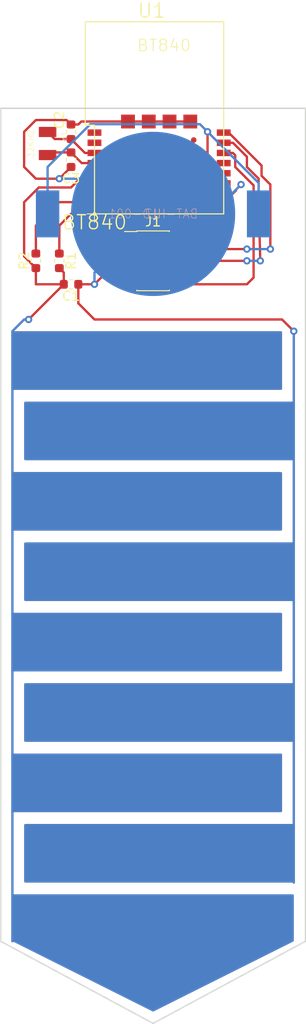
<source format=kicad_pcb>
(kicad_pcb (version 20171130) (host pcbnew "(5.0.0)")

  (general
    (thickness 1.6)
    (drawings 8)
    (tracks 149)
    (zones 0)
    (modules 9)
    (nets 66)
  )

  (page A4)
  (layers
    (0 F.Cu signal)
    (31 B.Cu signal)
    (32 B.Adhes user)
    (33 F.Adhes user)
    (34 B.Paste user)
    (35 F.Paste user)
    (36 B.SilkS user)
    (37 F.SilkS user)
    (38 B.Mask user)
    (39 F.Mask user)
    (40 Dwgs.User user)
    (41 Cmts.User user)
    (42 Eco1.User user)
    (43 Eco2.User user)
    (44 Edge.Cuts user)
    (45 Margin user)
    (46 B.CrtYd user)
    (47 F.CrtYd user)
    (48 B.Fab user)
    (49 F.Fab user)
  )

  (setup
    (last_trace_width 0.25)
    (trace_clearance 0.2)
    (zone_clearance 0.508)
    (zone_45_only no)
    (trace_min 0.2)
    (segment_width 0.2)
    (edge_width 0.15)
    (via_size 0.8)
    (via_drill 0.4)
    (via_min_size 0.4)
    (via_min_drill 0.3)
    (uvia_size 0.3)
    (uvia_drill 0.1)
    (uvias_allowed no)
    (uvia_min_size 0.2)
    (uvia_min_drill 0.1)
    (pcb_text_width 0.3)
    (pcb_text_size 1.5 1.5)
    (mod_edge_width 0.15)
    (mod_text_size 1 1)
    (mod_text_width 0.15)
    (pad_size 1.524 1.524)
    (pad_drill 0.762)
    (pad_to_mask_clearance 0.2)
    (aux_axis_origin 0 0)
    (visible_elements 7FFFFFFF)
    (pcbplotparams
      (layerselection 0x010fc_ffffffff)
      (usegerberextensions false)
      (usegerberattributes false)
      (usegerberadvancedattributes false)
      (creategerberjobfile false)
      (excludeedgelayer true)
      (linewidth 0.100000)
      (plotframeref false)
      (viasonmask false)
      (mode 1)
      (useauxorigin false)
      (hpglpennumber 1)
      (hpglpenspeed 20)
      (hpglpendiameter 15.000000)
      (psnegative false)
      (psa4output false)
      (plotreference true)
      (plotvalue true)
      (plotinvisibletext false)
      (padsonsilk false)
      (subtractmaskfromsilk false)
      (outputformat 1)
      (mirror false)
      (drillshape 1)
      (scaleselection 1)
      (outputdirectory ""))
  )

  (net 0 "")
  (net 1 "Net-(J1-Pad6)")
  (net 2 "Net-(J1-Pad7)")
  (net 3 "Net-(J1-Pad8)")
  (net 4 "Net-(J1-Pad9)")
  (net 5 "Net-(U1-PadP$1)")
  (net 6 "Net-(U1-PadP$2)")
  (net 7 "Net-(U1-PadP$6)")
  (net 8 "Net-(U1-PadP$11)")
  (net 9 "Net-(U1-PadP$12)")
  (net 10 "Net-(U1-PadP$13)")
  (net 11 "Net-(U1-PadP$A0)")
  (net 12 "Net-(U1-PadP$A1)")
  (net 13 "Net-(U1-PadP$A2)")
  (net 14 "Net-(U1-PadP$A3)")
  (net 15 "Net-(U1-PadP$A4)")
  (net 16 "Net-(U1-PadP$A5)")
  (net 17 "Net-(U1-PadP$A6)")
  (net 18 "Net-(U1-PadP$B0)")
  (net 19 "Net-(U1-PadP$B1)")
  (net 20 "Net-(U1-PadP$B2)")
  (net 21 "Net-(U1-PadP$B3)")
  (net 22 "Net-(U1-PadP$B4)")
  (net 23 "Net-(U1-PadP$B5)")
  (net 24 "Net-(U1-PadP$B6)")
  (net 25 "Net-(U1-PadP$C0)")
  (net 26 "Net-(U1-PadP$C1)")
  (net 27 "Net-(U1-PadP$C2)")
  (net 28 "Net-(U1-PadP$C3)")
  (net 29 "Net-(U1-PadP$C4)")
  (net 30 "Net-(U1-PadP$C5)")
  (net 31 "Net-(U1-PadP$C6)")
  (net 32 "Net-(U1-PadP$D0)")
  (net 33 "Net-(U1-PadP$D1)")
  (net 34 "Net-(U1-PadP$D2)")
  (net 35 "Net-(U1-PadP$D3)")
  (net 36 "Net-(U1-PadP$D4)")
  (net 37 "Net-(U1-PadP$D5)")
  (net 38 "Net-(U1-PadP$D6)")
  (net 39 "Net-(U1-PadP$E0)")
  (net 40 "Net-(U1-PadP$E1)")
  (net 41 "Net-(U1-PadP$E2)")
  (net 42 "Net-(U1-PadP$E3)")
  (net 43 "Net-(U1-PadP$E4)")
  (net 44 "Net-(U1-PadP$E5)")
  (net 45 "Net-(U1-PadP$E6)")
  (net 46 "Net-(U1-PadP$F5)")
  (net 47 "Net-(U1-PadP$F6)")
  (net 48 "Net-(U1-PadP$Z0)")
  (net 49 "Net-(U1-PadP$Z1)")
  (net 50 "Net-(U1-PadP$Z2)")
  (net 51 "Net-(U1-PadP$Z3)")
  (net 52 "Net-(U1-PadP$Z4)")
  (net 53 "Net-(U1-PadP$Z5)")
  (net 54 "Net-(U1-PadP$Z6)")
  (net 55 GND)
  (net 56 /SWDIO)
  (net 57 /SWDCLK)
  (net 58 /nRST)
  (net 59 VDD)
  (net 60 +BATT)
  (net 61 /CAP_CHARGE)
  (net 62 /SOIL_READ)
  (net 63 /CAP_DISCHARGE)
  (net 64 /XL1)
  (net 65 /XL2)

  (net_class Default "This is the default net class."
    (clearance 0.2)
    (trace_width 0.25)
    (via_dia 0.8)
    (via_drill 0.4)
    (uvia_dia 0.3)
    (uvia_drill 0.1)
    (add_net +BATT)
    (add_net /CAP_CHARGE)
    (add_net /CAP_DISCHARGE)
    (add_net /SOIL_READ)
    (add_net /SWDCLK)
    (add_net /SWDIO)
    (add_net /XL1)
    (add_net /XL2)
    (add_net /nRST)
    (add_net GND)
    (add_net "Net-(J1-Pad6)")
    (add_net "Net-(J1-Pad7)")
    (add_net "Net-(J1-Pad8)")
    (add_net "Net-(J1-Pad9)")
    (add_net "Net-(U1-PadP$1)")
    (add_net "Net-(U1-PadP$11)")
    (add_net "Net-(U1-PadP$12)")
    (add_net "Net-(U1-PadP$13)")
    (add_net "Net-(U1-PadP$2)")
    (add_net "Net-(U1-PadP$6)")
    (add_net "Net-(U1-PadP$A0)")
    (add_net "Net-(U1-PadP$A1)")
    (add_net "Net-(U1-PadP$A2)")
    (add_net "Net-(U1-PadP$A3)")
    (add_net "Net-(U1-PadP$A4)")
    (add_net "Net-(U1-PadP$A5)")
    (add_net "Net-(U1-PadP$A6)")
    (add_net "Net-(U1-PadP$B0)")
    (add_net "Net-(U1-PadP$B1)")
    (add_net "Net-(U1-PadP$B2)")
    (add_net "Net-(U1-PadP$B3)")
    (add_net "Net-(U1-PadP$B4)")
    (add_net "Net-(U1-PadP$B5)")
    (add_net "Net-(U1-PadP$B6)")
    (add_net "Net-(U1-PadP$C0)")
    (add_net "Net-(U1-PadP$C1)")
    (add_net "Net-(U1-PadP$C2)")
    (add_net "Net-(U1-PadP$C3)")
    (add_net "Net-(U1-PadP$C4)")
    (add_net "Net-(U1-PadP$C5)")
    (add_net "Net-(U1-PadP$C6)")
    (add_net "Net-(U1-PadP$D0)")
    (add_net "Net-(U1-PadP$D1)")
    (add_net "Net-(U1-PadP$D2)")
    (add_net "Net-(U1-PadP$D3)")
    (add_net "Net-(U1-PadP$D4)")
    (add_net "Net-(U1-PadP$D5)")
    (add_net "Net-(U1-PadP$D6)")
    (add_net "Net-(U1-PadP$E0)")
    (add_net "Net-(U1-PadP$E1)")
    (add_net "Net-(U1-PadP$E2)")
    (add_net "Net-(U1-PadP$E3)")
    (add_net "Net-(U1-PadP$E4)")
    (add_net "Net-(U1-PadP$E5)")
    (add_net "Net-(U1-PadP$E6)")
    (add_net "Net-(U1-PadP$F5)")
    (add_net "Net-(U1-PadP$F6)")
    (add_net "Net-(U1-PadP$Z0)")
    (add_net "Net-(U1-PadP$Z1)")
    (add_net "Net-(U1-PadP$Z2)")
    (add_net "Net-(U1-PadP$Z3)")
    (add_net "Net-(U1-PadP$Z4)")
    (add_net "Net-(U1-PadP$Z5)")
    (add_net "Net-(U1-PadP$Z6)")
    (add_net VDD)
  )

  (module BAT-HLD-001:BAT-HLD-001 (layer B.Cu) (tedit 0) (tstamp 5BE34245)
    (at 135.89 54.61)
    (path /5BBD8E14)
    (attr smd)
    (fp_text reference U2 (at 0 0) (layer B.SilkS)
      (effects (font (size 1 0.9) (thickness 0.05)) (justify mirror))
    )
    (fp_text value BAT-HLD-001 (at 0 0) (layer B.SilkS)
      (effects (font (size 1 0.9) (thickness 0.05)) (justify mirror))
    )
    (pad +@1 smd rect (at -11.43 0) (size 2.54 5.08) (layers B.Cu B.Paste B.Mask)
      (net 60 +BATT))
    (pad +@2 smd rect (at 11.43 0) (size 2.54 5.08) (layers B.Cu B.Paste B.Mask)
      (net 60 +BATT))
    (pad - smd circle (at 0 0) (size 17.78 17.78) (layers B.Cu B.Paste B.Mask)
      (net 55 GND))
  )

  (module Connector_PinHeader_1.27mm:PinHeader_2x05_P1.27mm_Vertical_SMD (layer F.Cu) (tedit 59FED6E3) (tstamp 5BD6F0BC)
    (at 135.89 59.69)
    (descr "surface-mounted straight pin header, 2x05, 1.27mm pitch, double rows")
    (tags "Surface mounted pin header SMD 2x05 1.27mm double row")
    (path /5BBD51D4)
    (attr smd)
    (fp_text reference J1 (at 0 -4.235) (layer F.SilkS)
      (effects (font (size 1 1) (thickness 0.15)))
    )
    (fp_text value Conn_ARM_JTAG_SWD_10 (at 0 4.235) (layer F.Fab)
      (effects (font (size 1 1) (thickness 0.15)))
    )
    (fp_line (start 1.705 3.175) (end -1.705 3.175) (layer F.Fab) (width 0.1))
    (fp_line (start -1.27 -3.175) (end 1.705 -3.175) (layer F.Fab) (width 0.1))
    (fp_line (start -1.705 3.175) (end -1.705 -2.74) (layer F.Fab) (width 0.1))
    (fp_line (start -1.705 -2.74) (end -1.27 -3.175) (layer F.Fab) (width 0.1))
    (fp_line (start 1.705 -3.175) (end 1.705 3.175) (layer F.Fab) (width 0.1))
    (fp_line (start -1.705 -2.74) (end -2.75 -2.74) (layer F.Fab) (width 0.1))
    (fp_line (start -2.75 -2.74) (end -2.75 -2.34) (layer F.Fab) (width 0.1))
    (fp_line (start -2.75 -2.34) (end -1.705 -2.34) (layer F.Fab) (width 0.1))
    (fp_line (start 1.705 -2.74) (end 2.75 -2.74) (layer F.Fab) (width 0.1))
    (fp_line (start 2.75 -2.74) (end 2.75 -2.34) (layer F.Fab) (width 0.1))
    (fp_line (start 2.75 -2.34) (end 1.705 -2.34) (layer F.Fab) (width 0.1))
    (fp_line (start -1.705 -1.47) (end -2.75 -1.47) (layer F.Fab) (width 0.1))
    (fp_line (start -2.75 -1.47) (end -2.75 -1.07) (layer F.Fab) (width 0.1))
    (fp_line (start -2.75 -1.07) (end -1.705 -1.07) (layer F.Fab) (width 0.1))
    (fp_line (start 1.705 -1.47) (end 2.75 -1.47) (layer F.Fab) (width 0.1))
    (fp_line (start 2.75 -1.47) (end 2.75 -1.07) (layer F.Fab) (width 0.1))
    (fp_line (start 2.75 -1.07) (end 1.705 -1.07) (layer F.Fab) (width 0.1))
    (fp_line (start -1.705 -0.2) (end -2.75 -0.2) (layer F.Fab) (width 0.1))
    (fp_line (start -2.75 -0.2) (end -2.75 0.2) (layer F.Fab) (width 0.1))
    (fp_line (start -2.75 0.2) (end -1.705 0.2) (layer F.Fab) (width 0.1))
    (fp_line (start 1.705 -0.2) (end 2.75 -0.2) (layer F.Fab) (width 0.1))
    (fp_line (start 2.75 -0.2) (end 2.75 0.2) (layer F.Fab) (width 0.1))
    (fp_line (start 2.75 0.2) (end 1.705 0.2) (layer F.Fab) (width 0.1))
    (fp_line (start -1.705 1.07) (end -2.75 1.07) (layer F.Fab) (width 0.1))
    (fp_line (start -2.75 1.07) (end -2.75 1.47) (layer F.Fab) (width 0.1))
    (fp_line (start -2.75 1.47) (end -1.705 1.47) (layer F.Fab) (width 0.1))
    (fp_line (start 1.705 1.07) (end 2.75 1.07) (layer F.Fab) (width 0.1))
    (fp_line (start 2.75 1.07) (end 2.75 1.47) (layer F.Fab) (width 0.1))
    (fp_line (start 2.75 1.47) (end 1.705 1.47) (layer F.Fab) (width 0.1))
    (fp_line (start -1.705 2.34) (end -2.75 2.34) (layer F.Fab) (width 0.1))
    (fp_line (start -2.75 2.34) (end -2.75 2.74) (layer F.Fab) (width 0.1))
    (fp_line (start -2.75 2.74) (end -1.705 2.74) (layer F.Fab) (width 0.1))
    (fp_line (start 1.705 2.34) (end 2.75 2.34) (layer F.Fab) (width 0.1))
    (fp_line (start 2.75 2.34) (end 2.75 2.74) (layer F.Fab) (width 0.1))
    (fp_line (start 2.75 2.74) (end 1.705 2.74) (layer F.Fab) (width 0.1))
    (fp_line (start -1.765 -3.235) (end 1.765 -3.235) (layer F.SilkS) (width 0.12))
    (fp_line (start -1.765 3.235) (end 1.765 3.235) (layer F.SilkS) (width 0.12))
    (fp_line (start -3.09 -3.17) (end -1.765 -3.17) (layer F.SilkS) (width 0.12))
    (fp_line (start -1.765 -3.235) (end -1.765 -3.17) (layer F.SilkS) (width 0.12))
    (fp_line (start 1.765 -3.235) (end 1.765 -3.17) (layer F.SilkS) (width 0.12))
    (fp_line (start -1.765 3.17) (end -1.765 3.235) (layer F.SilkS) (width 0.12))
    (fp_line (start 1.765 3.17) (end 1.765 3.235) (layer F.SilkS) (width 0.12))
    (fp_line (start -4.3 -3.7) (end -4.3 3.7) (layer F.CrtYd) (width 0.05))
    (fp_line (start -4.3 3.7) (end 4.3 3.7) (layer F.CrtYd) (width 0.05))
    (fp_line (start 4.3 3.7) (end 4.3 -3.7) (layer F.CrtYd) (width 0.05))
    (fp_line (start 4.3 -3.7) (end -4.3 -3.7) (layer F.CrtYd) (width 0.05))
    (fp_text user %R (at 0 0 90) (layer F.Fab)
      (effects (font (size 1 1) (thickness 0.15)))
    )
    (pad 1 smd rect (at -1.95 -2.54) (size 2.4 0.74) (layers F.Cu F.Paste F.Mask)
      (net 59 VDD))
    (pad 2 smd rect (at 1.95 -2.54) (size 2.4 0.74) (layers F.Cu F.Paste F.Mask)
      (net 56 /SWDIO))
    (pad 3 smd rect (at -1.95 -1.27) (size 2.4 0.74) (layers F.Cu F.Paste F.Mask)
      (net 55 GND))
    (pad 4 smd rect (at 1.95 -1.27) (size 2.4 0.74) (layers F.Cu F.Paste F.Mask)
      (net 57 /SWDCLK))
    (pad 5 smd rect (at -1.95 0) (size 2.4 0.74) (layers F.Cu F.Paste F.Mask)
      (net 55 GND))
    (pad 6 smd rect (at 1.95 0) (size 2.4 0.74) (layers F.Cu F.Paste F.Mask)
      (net 1 "Net-(J1-Pad6)"))
    (pad 7 smd rect (at -1.95 1.27) (size 2.4 0.74) (layers F.Cu F.Paste F.Mask)
      (net 2 "Net-(J1-Pad7)"))
    (pad 8 smd rect (at 1.95 1.27) (size 2.4 0.74) (layers F.Cu F.Paste F.Mask)
      (net 3 "Net-(J1-Pad8)"))
    (pad 9 smd rect (at -1.95 2.54) (size 2.4 0.74) (layers F.Cu F.Paste F.Mask)
      (net 4 "Net-(J1-Pad9)"))
    (pad 10 smd rect (at 1.95 2.54) (size 2.4 0.74) (layers F.Cu F.Paste F.Mask)
      (net 58 /nRST))
    (model ${KISYS3DMOD}/Connector_PinHeader_1.27mm.3dshapes/PinHeader_2x05_P1.27mm_Vertical_SMD.wrl
      (at (xyz 0 0 0))
      (scale (xyz 1 1 1))
      (rotate (xyz 0 0 0))
    )
  )

  (module Fanstel_modules:BT840-BT840 (layer F.Cu) (tedit 5B4AFDE5) (tstamp 5BD6F118)
    (at 129.54 54.61)
    (path /5BBD5037)
    (attr smd)
    (fp_text reference U1 (at 6.2 -22) (layer F.SilkS)
      (effects (font (size 1.524 1.524) (thickness 0.15)))
    )
    (fp_text value BT840 (at 0 0.91186) (layer F.SilkS)
      (effects (font (size 1.524 1.524) (thickness 0.15)))
    )
    (fp_line (start -0.79756 0) (end 0 0) (layer F.SilkS) (width 0))
    (fp_line (start 0 0) (end 12.5984 0) (layer F.SilkS) (width 0))
    (fp_line (start 12.5984 0) (end 12.5984 0) (layer F.SilkS) (width 0))
    (fp_line (start 12.5984 0) (end 0 0) (layer F.SilkS) (width 0))
    (fp_line (start 0 0.91186) (end 0 0.14986) (layer F.SilkS) (width 0))
    (fp_line (start 0 0.14986) (end 0 0) (layer F.SilkS) (width 0))
    (fp_line (start -0.00508 -0.00254) (end -0.00508 -0.5207) (layer F.SilkS) (width 0))
    (fp_line (start 14.00048 -0.58928) (end 14.00048 -0.00762) (layer F.SilkS) (width 0))
    (fp_line (start 13.9954 -15.99692) (end 13.9954 -9.72312) (layer F.SilkS) (width 0))
    (fp_line (start 14.00048 -15.99946) (end 13.99794 -15.99946) (layer F.SilkS) (width 0))
    (fp_line (start 0 -0.254) (end 0 -0.14986) (layer F.SilkS) (width 0))
    (fp_line (start 0 -0.14986) (end 0 0) (layer F.SilkS) (width 0))
    (fp_line (start 0 0) (end 0 0) (layer F.SilkS) (width 0))
    (fp_line (start 0 0) (end 0 -9.59866) (layer F.SilkS) (width 0.127))
    (fp_line (start 13.99794 -15.99946) (end 13.99794 0) (layer F.SilkS) (width 0.127))
    (fp_line (start 13.99794 0) (end 0 0) (layer F.SilkS) (width 0.127))
    (fp_line (start 0 -9.59866) (end -0.99822 -9.59866) (layer F.SilkS) (width 0.127))
    (fp_line (start -0.99822 -9.66978) (end -0.99822 -20.79752) (layer F.SilkS) (width 0.127))
    (fp_line (start -0.99822 -20.79752) (end 13.99794 -20.79752) (layer F.SilkS) (width 0.127))
    (fp_line (start 13.99794 -20.79752) (end 13.99794 -15.99946) (layer F.SilkS) (width 0.127))
    (fp_arc (start 0 0) (end 0 -0.14986) (angle 180) (layer F.SilkS) (width 0))
    (fp_arc (start 0 0) (end 0 0.14986) (angle 180) (layer F.SilkS) (width 0))
    (fp_text user BT840 (at 7.53364 -18.23466) (layer F.SilkS)
      (effects (font (size 1.27 1.27) (thickness 0.1016)))
    )
    (pad P$1 smd rect (at 0 -8.79856 180) (size 1.4986 0.6985) (layers F.Cu F.Paste F.Mask)
      (net 5 "Net-(U1-PadP$1)"))
    (pad P$2 smd rect (at 0 -7.69874) (size 1.4986 0.6985) (layers F.Cu F.Paste F.Mask)
      (net 6 "Net-(U1-PadP$2)"))
    (pad P$3 smd rect (at 0 -6.59892) (size 1.4986 0.6985) (layers F.Cu F.Paste F.Mask)
      (net 64 /XL1))
    (pad P$4 smd rect (at 0 -5.4991) (size 1.4986 0.6985) (layers F.Cu F.Paste F.Mask)
      (net 65 /XL2))
    (pad P$5 smd rect (at 0 -4.39928) (size 1.4986 0.6985) (layers F.Cu F.Paste F.Mask)
      (net 62 /SOIL_READ))
    (pad P$6 smd rect (at 0 -3.29946) (size 1.4986 0.6985) (layers F.Cu F.Paste F.Mask)
      (net 7 "Net-(U1-PadP$6)"))
    (pad P$7 smd rect (at 0 -2.19964) (size 1.4986 0.6985) (layers F.Cu F.Paste F.Mask)
      (net 61 /CAP_CHARGE))
    (pad P$8 smd rect (at 0 -1.09982) (size 1.4986 0.6985) (layers F.Cu F.Paste F.Mask)
      (net 63 /CAP_DISCHARGE))
    (pad P$9 smd rect (at 13.99794 -1.09982) (size 1.4986 0.6985) (layers F.Cu F.Paste F.Mask)
      (net 59 VDD))
    (pad P$10 smd rect (at 13.99794 -2.19964) (size 1.4986 0.6985) (layers F.Cu F.Paste F.Mask)
      (net 55 GND))
    (pad P$11 smd rect (at 13.99794 -3.29946) (size 1.4986 0.6985) (layers F.Cu F.Paste F.Mask)
      (net 8 "Net-(U1-PadP$11)"))
    (pad P$12 smd rect (at 13.99794 -4.39928) (size 1.4986 0.6985) (layers F.Cu F.Paste F.Mask)
      (net 9 "Net-(U1-PadP$12)"))
    (pad P$13 smd rect (at 13.99794 -5.4991) (size 1.4986 0.6985) (layers F.Cu F.Paste F.Mask)
      (net 10 "Net-(U1-PadP$13)"))
    (pad P$14 smd rect (at 13.99794 -6.59892) (size 1.4986 0.6985) (layers F.Cu F.Paste F.Mask)
      (net 58 /nRST))
    (pad P$15 smd rect (at 13.99794 -7.69874) (size 1.4986 0.6985) (layers F.Cu F.Paste F.Mask)
      (net 57 /SWDCLK))
    (pad P$16 smd rect (at 13.99794 -8.79856) (size 1.4986 0.6985) (layers F.Cu F.Paste F.Mask)
      (net 56 /SWDIO))
    (pad P$A0 smd circle (at 4.7498 -7.99846 180) (size 0.59944 0.59944) (layers F.Cu F.Paste F.Mask)
      (net 11 "Net-(U1-PadP$A0)"))
    (pad P$A1 smd circle (at 4.7498 -6.79958 180) (size 0.59944 0.59944) (layers F.Cu F.Paste F.Mask)
      (net 12 "Net-(U1-PadP$A1)"))
    (pad P$A2 smd circle (at 4.7498 -5.59816 180) (size 0.59944 0.59944) (layers F.Cu F.Paste F.Mask)
      (net 13 "Net-(U1-PadP$A2)"))
    (pad P$A3 smd circle (at 4.7498 -4.39928 180) (size 0.59944 0.59944) (layers F.Cu F.Paste F.Mask)
      (net 14 "Net-(U1-PadP$A3)"))
    (pad P$A4 smd circle (at 4.7498 -3.19786 180) (size 0.59944 0.59944) (layers F.Cu F.Paste F.Mask)
      (net 15 "Net-(U1-PadP$A4)"))
    (pad P$A5 smd circle (at 4.7498 -1.99898) (size 0.59944 0.59944) (layers F.Cu F.Paste F.Mask)
      (net 16 "Net-(U1-PadP$A5)"))
    (pad P$A6 smd circle (at 4.7498 -0.79756) (size 0.59944 0.59944) (layers F.Cu F.Paste F.Mask)
      (net 17 "Net-(U1-PadP$A6)"))
    (pad P$B0 smd circle (at 6.2484 -7.99846 180) (size 0.59944 0.59944) (layers F.Cu F.Paste F.Mask)
      (net 18 "Net-(U1-PadP$B0)"))
    (pad P$B1 smd circle (at 6.2484 -6.79958 180) (size 0.59944 0.59944) (layers F.Cu F.Paste F.Mask)
      (net 19 "Net-(U1-PadP$B1)"))
    (pad P$B2 smd circle (at 6.2484 -5.59816 180) (size 0.59944 0.59944) (layers F.Cu F.Paste F.Mask)
      (net 20 "Net-(U1-PadP$B2)"))
    (pad P$B3 smd circle (at 6.2484 -4.39928 180) (size 0.59944 0.59944) (layers F.Cu F.Paste F.Mask)
      (net 21 "Net-(U1-PadP$B3)"))
    (pad P$B4 smd circle (at 6.2484 -3.19786 180) (size 0.59944 0.59944) (layers F.Cu F.Paste F.Mask)
      (net 22 "Net-(U1-PadP$B4)"))
    (pad P$B5 smd circle (at 6.2484 -1.99898 180) (size 0.59944 0.59944) (layers F.Cu F.Paste F.Mask)
      (net 23 "Net-(U1-PadP$B5)"))
    (pad P$B6 smd circle (at 6.2484 -0.79756 180) (size 0.59944 0.59944) (layers F.Cu F.Paste F.Mask)
      (net 24 "Net-(U1-PadP$B6)"))
    (pad P$C0 smd circle (at 7.74954 -7.99846 180) (size 0.59944 0.59944) (layers F.Cu F.Paste F.Mask)
      (net 25 "Net-(U1-PadP$C0)"))
    (pad P$C1 smd circle (at 7.74954 -6.79958 180) (size 0.59944 0.59944) (layers F.Cu F.Paste F.Mask)
      (net 26 "Net-(U1-PadP$C1)"))
    (pad P$C2 smd circle (at 7.74954 -5.59816 180) (size 0.59944 0.59944) (layers F.Cu F.Paste F.Mask)
      (net 27 "Net-(U1-PadP$C2)"))
    (pad P$C3 smd circle (at 7.74954 -4.39928 180) (size 0.59944 0.59944) (layers F.Cu F.Paste F.Mask)
      (net 28 "Net-(U1-PadP$C3)"))
    (pad P$C4 smd circle (at 7.74954 -3.19786 180) (size 0.59944 0.59944) (layers F.Cu F.Paste F.Mask)
      (net 29 "Net-(U1-PadP$C4)"))
    (pad P$C5 smd circle (at 7.74954 -1.99898 180) (size 0.59944 0.59944) (layers F.Cu F.Paste F.Mask)
      (net 30 "Net-(U1-PadP$C5)"))
    (pad P$C6 smd circle (at 7.74954 -0.79756 180) (size 0.59944 0.59944) (layers F.Cu F.Paste F.Mask)
      (net 31 "Net-(U1-PadP$C6)"))
    (pad P$D0 smd circle (at 9.24814 -7.99846 180) (size 0.59944 0.59944) (layers F.Cu F.Paste F.Mask)
      (net 32 "Net-(U1-PadP$D0)"))
    (pad P$D1 smd circle (at 9.24814 -6.79958 180) (size 0.59944 0.59944) (layers F.Cu F.Paste F.Mask)
      (net 33 "Net-(U1-PadP$D1)"))
    (pad P$D2 smd circle (at 9.24814 -5.59816 180) (size 0.59944 0.59944) (layers F.Cu F.Paste F.Mask)
      (net 34 "Net-(U1-PadP$D2)"))
    (pad P$D3 smd circle (at 9.24814 -4.39928 180) (size 0.59944 0.59944) (layers F.Cu F.Paste F.Mask)
      (net 35 "Net-(U1-PadP$D3)"))
    (pad P$D4 smd circle (at 9.24814 -3.19786 180) (size 0.59944 0.59944) (layers F.Cu F.Paste F.Mask)
      (net 36 "Net-(U1-PadP$D4)"))
    (pad P$D5 smd circle (at 9.24814 -1.99898 180) (size 0.59944 0.59944) (layers F.Cu F.Paste F.Mask)
      (net 37 "Net-(U1-PadP$D5)"))
    (pad P$D6 smd circle (at 9.24814 -0.79756 180) (size 0.59944 0.59944) (layers F.Cu F.Paste F.Mask)
      (net 38 "Net-(U1-PadP$D6)"))
    (pad P$E0 smd circle (at 10.74928 -7.99846 180) (size 0.59944 0.59944) (layers F.Cu F.Paste F.Mask)
      (net 39 "Net-(U1-PadP$E0)"))
    (pad P$E1 smd circle (at 10.74928 -6.79958 180) (size 0.59944 0.59944) (layers F.Cu F.Paste F.Mask)
      (net 40 "Net-(U1-PadP$E1)"))
    (pad P$E2 smd circle (at 10.74928 -5.59816 180) (size 0.59944 0.59944) (layers F.Cu F.Paste F.Mask)
      (net 41 "Net-(U1-PadP$E2)"))
    (pad P$E3 smd circle (at 10.74928 -4.39928 180) (size 0.59944 0.59944) (layers F.Cu F.Paste F.Mask)
      (net 42 "Net-(U1-PadP$E3)"))
    (pad P$E4 smd circle (at 10.74928 -3.19786 180) (size 0.59944 0.59944) (layers F.Cu F.Paste F.Mask)
      (net 43 "Net-(U1-PadP$E4)"))
    (pad P$E5 smd circle (at 10.74928 -1.99898) (size 0.59944 0.59944) (layers F.Cu F.Paste F.Mask)
      (net 44 "Net-(U1-PadP$E5)"))
    (pad P$E6 smd circle (at 10.74928 -0.79756) (size 0.59944 0.59944) (layers F.Cu F.Paste F.Mask)
      (net 45 "Net-(U1-PadP$E6)"))
    (pad P$F0 smd rect (at 3.62966 -9.99998) (size 1.4986 1.4986) (layers F.Cu F.Paste F.Mask)
      (net 55 GND))
    (pad P$F1 smd rect (at 5.87756 -9.99998) (size 1.4986 1.4986) (layers F.Cu F.Paste F.Mask)
      (net 55 GND))
    (pad P$F2 smd rect (at 8.128 -9.99998) (size 1.4986 1.4986) (layers F.Cu F.Paste F.Mask)
      (net 55 GND))
    (pad P$F3 smd rect (at 10.37844 -9.99998) (size 1.4986 1.4986) (layers F.Cu F.Paste F.Mask)
      (net 55 GND))
    (pad P$F4 smd circle (at 12.24788 -3.19786 180) (size 0.59944 0.59944) (layers F.Cu F.Paste F.Mask)
      (net 60 +BATT))
    (pad P$F5 smd circle (at 12.24788 -1.99898) (size 0.59944 0.59944) (layers F.Cu F.Paste F.Mask)
      (net 46 "Net-(U1-PadP$F5)"))
    (pad P$F6 smd circle (at 12.24788 -0.79756) (size 0.59944 0.59944) (layers F.Cu F.Paste F.Mask)
      (net 47 "Net-(U1-PadP$F6)"))
    (pad P$Z0 smd circle (at 3.24866 -7.99846 180) (size 0.59944 0.59944) (layers F.Cu F.Paste F.Mask)
      (net 48 "Net-(U1-PadP$Z0)"))
    (pad P$Z1 smd circle (at 3.24866 -6.79958 180) (size 0.59944 0.59944) (layers F.Cu F.Paste F.Mask)
      (net 49 "Net-(U1-PadP$Z1)"))
    (pad P$Z2 smd circle (at 3.24866 -5.59816 180) (size 0.59944 0.59944) (layers F.Cu F.Paste F.Mask)
      (net 50 "Net-(U1-PadP$Z2)"))
    (pad P$Z3 smd circle (at 3.24866 -4.39928 180) (size 0.59944 0.59944) (layers F.Cu F.Paste F.Mask)
      (net 51 "Net-(U1-PadP$Z3)"))
    (pad P$Z4 smd circle (at 3.24866 -3.19786 180) (size 0.59944 0.59944) (layers F.Cu F.Paste F.Mask)
      (net 52 "Net-(U1-PadP$Z4)"))
    (pad P$Z5 smd circle (at 3.24866 -1.99898) (size 0.59944 0.59944) (layers F.Cu F.Paste F.Mask)
      (net 53 "Net-(U1-PadP$Z5)"))
    (pad P$Z6 smd circle (at 3.24866 -0.79756) (size 0.59944 0.59944) (layers F.Cu F.Paste F.Mask)
      (net 54 "Net-(U1-PadP$Z6)"))
  )

  (module Resistor_SMD:R_0603_1608Metric (layer F.Cu) (tedit 5B301BBD) (tstamp 5BE355BF)
    (at 123.19 59.69 270)
    (descr "Resistor SMD 0603 (1608 Metric), square (rectangular) end terminal, IPC_7351 nominal, (Body size source: http://www.tortai-tech.com/upload/download/2011102023233369053.pdf), generated with kicad-footprint-generator")
    (tags resistor)
    (path /5BBD94E2)
    (attr smd)
    (fp_text reference R1 (at 0 -3.81 270) (layer F.SilkS)
      (effects (font (size 1 1) (thickness 0.15)))
    )
    (fp_text value 100k (at 0 1.43 270) (layer F.Fab)
      (effects (font (size 1 1) (thickness 0.15)))
    )
    (fp_line (start -0.8 0.4) (end -0.8 -0.4) (layer F.Fab) (width 0.1))
    (fp_line (start -0.8 -0.4) (end 0.8 -0.4) (layer F.Fab) (width 0.1))
    (fp_line (start 0.8 -0.4) (end 0.8 0.4) (layer F.Fab) (width 0.1))
    (fp_line (start 0.8 0.4) (end -0.8 0.4) (layer F.Fab) (width 0.1))
    (fp_line (start -0.162779 -0.51) (end 0.162779 -0.51) (layer F.SilkS) (width 0.12))
    (fp_line (start -0.162779 0.51) (end 0.162779 0.51) (layer F.SilkS) (width 0.12))
    (fp_line (start -1.48 0.73) (end -1.48 -0.73) (layer F.CrtYd) (width 0.05))
    (fp_line (start -1.48 -0.73) (end 1.48 -0.73) (layer F.CrtYd) (width 0.05))
    (fp_line (start 1.48 -0.73) (end 1.48 0.73) (layer F.CrtYd) (width 0.05))
    (fp_line (start 1.48 0.73) (end -1.48 0.73) (layer F.CrtYd) (width 0.05))
    (fp_text user %R (at 0 0 270) (layer F.Fab)
      (effects (font (size 0.4 0.4) (thickness 0.06)))
    )
    (pad 1 smd roundrect (at -0.7875 0 270) (size 0.875 0.95) (layers F.Cu F.Paste F.Mask) (roundrect_rratio 0.25)
      (net 61 /CAP_CHARGE))
    (pad 2 smd roundrect (at 0.7875 0 270) (size 0.875 0.95) (layers F.Cu F.Paste F.Mask) (roundrect_rratio 0.25)
      (net 62 /SOIL_READ))
    (model ${KISYS3DMOD}/Resistor_SMD.3dshapes/R_0603_1608Metric.wrl
      (at (xyz 0 0 0))
      (scale (xyz 1 1 1))
      (rotate (xyz 0 0 0))
    )
  )

  (module Resistor_SMD:R_0603_1608Metric (layer F.Cu) (tedit 5B301BBD) (tstamp 5BE355D0)
    (at 125.73 59.69 90)
    (descr "Resistor SMD 0603 (1608 Metric), square (rectangular) end terminal, IPC_7351 nominal, (Body size source: http://www.tortai-tech.com/upload/download/2011102023233369053.pdf), generated with kicad-footprint-generator")
    (tags resistor)
    (path /5BBD96BB)
    (attr smd)
    (fp_text reference R2 (at 0 -3.81 90) (layer F.SilkS)
      (effects (font (size 1 1) (thickness 0.15)))
    )
    (fp_text value 220 (at 0 1.43 90) (layer F.Fab)
      (effects (font (size 1 1) (thickness 0.15)))
    )
    (fp_text user %R (at 0 0 90) (layer F.Fab)
      (effects (font (size 0.4 0.4) (thickness 0.06)))
    )
    (fp_line (start 1.48 0.73) (end -1.48 0.73) (layer F.CrtYd) (width 0.05))
    (fp_line (start 1.48 -0.73) (end 1.48 0.73) (layer F.CrtYd) (width 0.05))
    (fp_line (start -1.48 -0.73) (end 1.48 -0.73) (layer F.CrtYd) (width 0.05))
    (fp_line (start -1.48 0.73) (end -1.48 -0.73) (layer F.CrtYd) (width 0.05))
    (fp_line (start -0.162779 0.51) (end 0.162779 0.51) (layer F.SilkS) (width 0.12))
    (fp_line (start -0.162779 -0.51) (end 0.162779 -0.51) (layer F.SilkS) (width 0.12))
    (fp_line (start 0.8 0.4) (end -0.8 0.4) (layer F.Fab) (width 0.1))
    (fp_line (start 0.8 -0.4) (end 0.8 0.4) (layer F.Fab) (width 0.1))
    (fp_line (start -0.8 -0.4) (end 0.8 -0.4) (layer F.Fab) (width 0.1))
    (fp_line (start -0.8 0.4) (end -0.8 -0.4) (layer F.Fab) (width 0.1))
    (pad 2 smd roundrect (at 0.7875 0 90) (size 0.875 0.95) (layers F.Cu F.Paste F.Mask) (roundrect_rratio 0.25)
      (net 63 /CAP_DISCHARGE))
    (pad 1 smd roundrect (at -0.7875 0 90) (size 0.875 0.95) (layers F.Cu F.Paste F.Mask) (roundrect_rratio 0.25)
      (net 62 /SOIL_READ))
    (model ${KISYS3DMOD}/Resistor_SMD.3dshapes/R_0603_1608Metric.wrl
      (at (xyz 0 0 0))
      (scale (xyz 1 1 1))
      (rotate (xyz 0 0 0))
    )
  )

  (module Capacitor_SMD:C_0603_1608Metric (layer F.Cu) (tedit 5B301BBE) (tstamp 5BE3571D)
    (at 127 62.23)
    (descr "Capacitor SMD 0603 (1608 Metric), square (rectangular) end terminal, IPC_7351 nominal, (Body size source: http://www.tortai-tech.com/upload/download/2011102023233369053.pdf), generated with kicad-footprint-generator")
    (tags capacitor)
    (path /5BBD936A)
    (attr smd)
    (fp_text reference C1 (at 0 1.27) (layer F.SilkS)
      (effects (font (size 1 1) (thickness 0.15)))
    )
    (fp_text value C_Variable (at 0 1.43) (layer F.Fab)
      (effects (font (size 1 1) (thickness 0.15)))
    )
    (fp_line (start -0.8 0.4) (end -0.8 -0.4) (layer F.Fab) (width 0.1))
    (fp_line (start -0.8 -0.4) (end 0.8 -0.4) (layer F.Fab) (width 0.1))
    (fp_line (start 0.8 -0.4) (end 0.8 0.4) (layer F.Fab) (width 0.1))
    (fp_line (start 0.8 0.4) (end -0.8 0.4) (layer F.Fab) (width 0.1))
    (fp_line (start -0.162779 -0.51) (end 0.162779 -0.51) (layer F.SilkS) (width 0.12))
    (fp_line (start -0.162779 0.51) (end 0.162779 0.51) (layer F.SilkS) (width 0.12))
    (fp_line (start -1.48 0.73) (end -1.48 -0.73) (layer F.CrtYd) (width 0.05))
    (fp_line (start -1.48 -0.73) (end 1.48 -0.73) (layer F.CrtYd) (width 0.05))
    (fp_line (start 1.48 -0.73) (end 1.48 0.73) (layer F.CrtYd) (width 0.05))
    (fp_line (start 1.48 0.73) (end -1.48 0.73) (layer F.CrtYd) (width 0.05))
    (fp_text user %R (at 0 0) (layer F.Fab)
      (effects (font (size 0.4 0.4) (thickness 0.06)))
    )
    (pad 1 smd roundrect (at -0.7875 0) (size 0.875 0.95) (layers F.Cu F.Paste F.Mask) (roundrect_rratio 0.25)
      (net 62 /SOIL_READ))
    (pad 2 smd roundrect (at 0.7875 0) (size 0.875 0.95) (layers F.Cu F.Paste F.Mask) (roundrect_rratio 0.25)
      (net 55 GND))
    (model ${KISYS3DMOD}/Capacitor_SMD.3dshapes/C_0603_1608Metric.wrl
      (at (xyz 0 0 0))
      (scale (xyz 1 1 1))
      (rotate (xyz 0 0 0))
    )
  )

  (module Capacitor_SMD:C_0603_1608Metric (layer F.Cu) (tedit 5B301BBE) (tstamp 5BD89E82)
    (at 127 45.72 90)
    (descr "Capacitor SMD 0603 (1608 Metric), square (rectangular) end terminal, IPC_7351 nominal, (Body size source: http://www.tortai-tech.com/upload/download/2011102023233369053.pdf), generated with kicad-footprint-generator")
    (tags capacitor)
    (path /5BC006CA)
    (attr smd)
    (fp_text reference C2 (at 1.27 -1.27 90) (layer F.SilkS)
      (effects (font (size 1 1) (thickness 0.15)))
    )
    (fp_text value 12pF (at 0 1.43 90) (layer F.Fab)
      (effects (font (size 1 1) (thickness 0.15)))
    )
    (fp_line (start -0.8 0.4) (end -0.8 -0.4) (layer F.Fab) (width 0.1))
    (fp_line (start -0.8 -0.4) (end 0.8 -0.4) (layer F.Fab) (width 0.1))
    (fp_line (start 0.8 -0.4) (end 0.8 0.4) (layer F.Fab) (width 0.1))
    (fp_line (start 0.8 0.4) (end -0.8 0.4) (layer F.Fab) (width 0.1))
    (fp_line (start -0.162779 -0.51) (end 0.162779 -0.51) (layer F.SilkS) (width 0.12))
    (fp_line (start -0.162779 0.51) (end 0.162779 0.51) (layer F.SilkS) (width 0.12))
    (fp_line (start -1.48 0.73) (end -1.48 -0.73) (layer F.CrtYd) (width 0.05))
    (fp_line (start -1.48 -0.73) (end 1.48 -0.73) (layer F.CrtYd) (width 0.05))
    (fp_line (start 1.48 -0.73) (end 1.48 0.73) (layer F.CrtYd) (width 0.05))
    (fp_line (start 1.48 0.73) (end -1.48 0.73) (layer F.CrtYd) (width 0.05))
    (fp_text user %R (at 0 0 90) (layer F.Fab)
      (effects (font (size 0.4 0.4) (thickness 0.06)))
    )
    (pad 1 smd roundrect (at -0.7875 0 90) (size 0.875 0.95) (layers F.Cu F.Paste F.Mask) (roundrect_rratio 0.25)
      (net 64 /XL1))
    (pad 2 smd roundrect (at 0.7875 0 90) (size 0.875 0.95) (layers F.Cu F.Paste F.Mask) (roundrect_rratio 0.25)
      (net 55 GND))
    (model ${KISYS3DMOD}/Capacitor_SMD.3dshapes/C_0603_1608Metric.wrl
      (at (xyz 0 0 0))
      (scale (xyz 1 1 1))
      (rotate (xyz 0 0 0))
    )
  )

  (module Capacitor_SMD:C_0603_1608Metric (layer F.Cu) (tedit 5B301BBE) (tstamp 5BD89E93)
    (at 127 48.7425 270)
    (descr "Capacitor SMD 0603 (1608 Metric), square (rectangular) end terminal, IPC_7351 nominal, (Body size source: http://www.tortai-tech.com/upload/download/2011102023233369053.pdf), generated with kicad-footprint-generator")
    (tags capacitor)
    (path /5BC007BA)
    (attr smd)
    (fp_text reference C3 (at 2.0575 0) (layer F.SilkS)
      (effects (font (size 1 1) (thickness 0.15)))
    )
    (fp_text value 12pF (at 0 1.43 270) (layer F.Fab)
      (effects (font (size 1 1) (thickness 0.15)))
    )
    (fp_text user %R (at 0 0 270) (layer F.Fab)
      (effects (font (size 0.4 0.4) (thickness 0.06)))
    )
    (fp_line (start 1.48 0.73) (end -1.48 0.73) (layer F.CrtYd) (width 0.05))
    (fp_line (start 1.48 -0.73) (end 1.48 0.73) (layer F.CrtYd) (width 0.05))
    (fp_line (start -1.48 -0.73) (end 1.48 -0.73) (layer F.CrtYd) (width 0.05))
    (fp_line (start -1.48 0.73) (end -1.48 -0.73) (layer F.CrtYd) (width 0.05))
    (fp_line (start -0.162779 0.51) (end 0.162779 0.51) (layer F.SilkS) (width 0.12))
    (fp_line (start -0.162779 -0.51) (end 0.162779 -0.51) (layer F.SilkS) (width 0.12))
    (fp_line (start 0.8 0.4) (end -0.8 0.4) (layer F.Fab) (width 0.1))
    (fp_line (start 0.8 -0.4) (end 0.8 0.4) (layer F.Fab) (width 0.1))
    (fp_line (start -0.8 -0.4) (end 0.8 -0.4) (layer F.Fab) (width 0.1))
    (fp_line (start -0.8 0.4) (end -0.8 -0.4) (layer F.Fab) (width 0.1))
    (pad 2 smd roundrect (at 0.7875 0 270) (size 0.875 0.95) (layers F.Cu F.Paste F.Mask) (roundrect_rratio 0.25)
      (net 55 GND))
    (pad 1 smd roundrect (at -0.7875 0 270) (size 0.875 0.95) (layers F.Cu F.Paste F.Mask) (roundrect_rratio 0.25)
      (net 65 /XL2))
    (model ${KISYS3DMOD}/Capacitor_SMD.3dshapes/C_0603_1608Metric.wrl
      (at (xyz 0 0 0))
      (scale (xyz 1 1 1))
      (rotate (xyz 0 0 0))
    )
  )

  (module ABS07-32.768KHZ-T:XTAL320X150X90 (layer F.Cu) (tedit 5BC1489A) (tstamp 5BD89EA4)
    (at 124.46 46.99 270)
    (path /5BC00583)
    (attr smd)
    (fp_text reference Y1 (at -0.774902 -1.80757 270) (layer F.SilkS)
      (effects (font (size 0.640417 0.640417) (thickness 0.05)))
    )
    (fp_text value 32KHZ (at 0 1.79523 270) (layer F.SilkS)
      (effects (font (size 0.640582 0.640582) (thickness 0.05)))
    )
    (fp_line (start 0.55 -0.75) (end 1.6 -0.75) (layer Dwgs.User) (width 0.127))
    (fp_line (start 1.6 -0.75) (end 1.6 0.75) (layer Dwgs.User) (width 0.127))
    (fp_line (start 1.6 0.75) (end 0.55 0.75) (layer Dwgs.User) (width 0.127))
    (fp_line (start -0.55 0.75) (end -1.6 0.75) (layer Dwgs.User) (width 0.127))
    (fp_line (start -1.6 0.75) (end -1.6 -0.75) (layer Dwgs.User) (width 0.127))
    (fp_line (start -1.6 -0.75) (end -0.55 -0.75) (layer Dwgs.User) (width 0.127))
    (fp_circle (center -2.05 -0.95) (end -1.95 -0.95) (layer F.SilkS) (width 0))
    (fp_line (start 2.25 -1.25) (end -2.25 -1.25) (layer Eco1.User) (width 0.127))
    (fp_line (start -2.25 -1.25) (end -2.25 1.25) (layer Eco1.User) (width 0.127))
    (fp_line (start -2.25 1.25) (end 2.25 1.25) (layer Eco1.User) (width 0.127))
    (fp_line (start 2.25 1.25) (end 2.25 -1.25) (layer Eco1.User) (width 0.127))
    (pad 1 smd rect (at -1.25 0 270) (size 1.1 1.9) (layers F.Cu F.Paste F.Mask)
      (net 64 /XL1))
    (pad 2 smd rect (at 1.25 0 270) (size 1.1 1.9) (layers F.Cu F.Paste F.Mask)
      (net 65 /XL2))
  )

  (gr_line (start 119.38 43.18) (end 119.38 133.35) (layer Edge.Cuts) (width 0.15))
  (gr_line (start 152.4 133.35) (end 152.4 43.18) (layer Edge.Cuts) (width 0.15))
  (gr_line (start 152.4 43.18) (end 149.86 43.18) (layer Edge.Cuts) (width 0.15))
  (gr_line (start 135.89 142.24) (end 152.4 133.35) (layer Edge.Cuts) (width 0.15))
  (gr_line (start 119.38 133.35) (end 135.89 142.24) (layer Edge.Cuts) (width 0.15))
  (gr_line (start 120.65 43.18) (end 119.38 43.18) (layer Edge.Cuts) (width 0.15))
  (gr_line (start 121.92 43.18) (end 120.65 43.18) (layer Edge.Cuts) (width 0.15))
  (gr_line (start 121.92 43.18) (end 149.86 43.18) (layer Edge.Cuts) (width 0.15))

  (segment (start 134.77 60.96) (end 133.94 60.96) (width 0.25) (layer F.Cu) (net 2))
  (segment (start 144.53724 52.41036) (end 144.8776 52.07) (width 0.25) (layer F.Cu) (net 55))
  (segment (start 143.53794 52.41036) (end 144.53724 52.41036) (width 0.25) (layer F.Cu) (net 55))
  (segment (start 133.16966 44.61002) (end 139.91844 44.61002) (width 0.25) (layer F.Cu) (net 55))
  (segment (start 127 44.9325) (end 127.7875 44.9325) (width 0.25) (layer F.Cu) (net 55))
  (segment (start 128.10998 44.61002) (end 133.16966 44.61002) (width 0.25) (layer F.Cu) (net 55))
  (segment (start 127.7875 44.9325) (end 128.10998 44.61002) (width 0.25) (layer F.Cu) (net 55))
  (segment (start 127 49.53) (end 125.73 50.8) (width 0.25) (layer F.Cu) (net 55))
  (via (at 125.73 50.8) (size 0.8) (drill 0.4) (layers F.Cu B.Cu) (net 55))
  (segment (start 127.7875 62.23) (end 129.54 62.23) (width 0.25) (layer F.Cu) (net 55))
  (via (at 129.54 62.23) (size 0.8) (drill 0.4) (layers F.Cu B.Cu) (net 55))
  (segment (start 144.8776 52.07) (end 144.8776 51.9724) (width 0.25) (layer F.Cu) (net 55))
  (via (at 145.415 51.435) (size 0.8) (drill 0.4) (layers F.Cu B.Cu) (net 55))
  (segment (start 144.8776 51.9724) (end 145.415 51.435) (width 0.25) (layer F.Cu) (net 55))
  (segment (start 145.415 51.435) (end 142.24 54.61) (width 0.25) (layer B.Cu) (net 55))
  (segment (start 133.94 58.42) (end 133.94 59.69) (width 0.25) (layer F.Cu) (net 55))
  (segment (start 133.94 59.69) (end 132.08 59.69) (width 0.25) (layer F.Cu) (net 55))
  (segment (start 132.08 59.69) (end 129.54 62.23) (width 0.25) (layer F.Cu) (net 55))
  (segment (start 129.54 60.96) (end 135.89 54.61) (width 0.25) (layer B.Cu) (net 55))
  (segment (start 129.54 62.23) (end 129.54 60.96) (width 0.25) (layer B.Cu) (net 55))
  (segment (start 132.08 50.8) (end 135.89 54.61) (width 0.25) (layer B.Cu) (net 55))
  (segment (start 125.73 50.8) (end 132.08 50.8) (width 0.25) (layer B.Cu) (net 55))
  (segment (start 123.19 50.8) (end 125.73 50.8) (width 0.25) (layer F.Cu) (net 55))
  (segment (start 121.92 49.53) (end 123.19 50.8) (width 0.25) (layer F.Cu) (net 55))
  (segment (start 121.92 45.72) (end 121.92 49.53) (width 0.25) (layer F.Cu) (net 55))
  (segment (start 123.19 44.45) (end 121.92 45.72) (width 0.25) (layer F.Cu) (net 55))
  (segment (start 127 44.9325) (end 126.5175 44.45) (width 0.25) (layer F.Cu) (net 55))
  (segment (start 126.5175 44.45) (end 123.19 44.45) (width 0.25) (layer F.Cu) (net 55))
  (segment (start 127.7875 62.23) (end 127.7875 64.2875) (width 0.25) (layer F.Cu) (net 55))
  (segment (start 127.7875 64.2875) (end 129.54 66.04) (width 0.25) (layer F.Cu) (net 55))
  (segment (start 129.54 66.04) (end 149.86 66.04) (width 0.25) (layer F.Cu) (net 55))
  (segment (start 149.86 66.04) (end 151.13 67.31) (width 0.25) (layer F.Cu) (net 55))
  (segment (start 151.13 67.31) (end 151.13 74.93) (width 0.25) (layer F.Cu) (net 55))
  (segment (start 151.13 74.93) (end 151.13 81.28) (width 0.25) (layer F.Cu) (net 55))
  (segment (start 151.13 81.28) (end 151.13 90.17) (width 0.25) (layer F.Cu) (net 55))
  (segment (start 151.13 90.17) (end 151.13 96.52) (width 0.25) (layer F.Cu) (net 55))
  (segment (start 151.13 96.52) (end 151.13 105.41) (width 0.25) (layer F.Cu) (net 55))
  (segment (start 151.13 105.41) (end 151.13 111.76) (width 0.25) (layer F.Cu) (net 55))
  (segment (start 151.13 111.76) (end 151.13 121.92) (width 0.25) (layer F.Cu) (net 55))
  (segment (start 151.13 121.92) (end 151.13 127) (width 0.25) (layer F.Cu) (net 55))
  (via (at 151.13 67.31) (size 0.8) (drill 0.4) (layers F.Cu B.Cu) (net 55))
  (segment (start 151.13 67.31) (end 151.13 74.93) (width 0.25) (layer B.Cu) (net 55))
  (segment (start 151.13 74.93) (end 151.13 81.28) (width 0.25) (layer B.Cu) (net 55))
  (segment (start 151.13 81.28) (end 151.13 90.17) (width 0.25) (layer B.Cu) (net 55))
  (segment (start 151.13 90.17) (end 151.13 96.52) (width 0.25) (layer B.Cu) (net 55))
  (segment (start 151.13 96.52) (end 151.13 105.41) (width 0.25) (layer B.Cu) (net 55))
  (segment (start 151.13 105.41) (end 151.13 111.76) (width 0.25) (layer B.Cu) (net 55))
  (segment (start 151.13 111.76) (end 151.13 120.65) (width 0.25) (layer B.Cu) (net 55))
  (segment (start 151.13 120.65) (end 151.13 127) (width 0.25) (layer B.Cu) (net 55))
  (segment (start 144.07383 45.81144) (end 147.638205 49.375815) (width 0.25) (layer F.Cu) (net 56))
  (segment (start 143.53794 45.81144) (end 144.07383 45.81144) (width 0.25) (layer F.Cu) (net 56))
  (segment (start 147.638205 50.481795) (end 148.59 51.43359) (width 0.25) (layer F.Cu) (net 56))
  (segment (start 147.638205 49.375815) (end 147.638205 50.481795) (width 0.25) (layer F.Cu) (net 56))
  (segment (start 148.59 51.43359) (end 148.59 58.42) (width 0.25) (layer F.Cu) (net 56))
  (via (at 148.59 58.42) (size 0.8) (drill 0.4) (layers F.Cu B.Cu) (net 56))
  (segment (start 148.59 58.42) (end 146.05 58.42) (width 0.25) (layer B.Cu) (net 56))
  (via (at 146.05 58.42) (size 0.8) (drill 0.4) (layers F.Cu B.Cu) (net 56))
  (segment (start 146.05 58.42) (end 142.24 58.42) (width 0.25) (layer F.Cu) (net 56))
  (segment (start 140.97 57.15) (end 137.84 57.15) (width 0.25) (layer F.Cu) (net 56))
  (segment (start 142.24 58.42) (end 140.97 57.15) (width 0.25) (layer F.Cu) (net 56))
  (segment (start 143.53794 46.91126) (end 144.53724 46.91126) (width 0.25) (layer F.Cu) (net 57))
  (segment (start 144.53724 46.91126) (end 146.05 48.42402) (width 0.25) (layer F.Cu) (net 57))
  (segment (start 146.05 48.42402) (end 146.05 49.53) (width 0.25) (layer F.Cu) (net 57))
  (segment (start 146.05 49.53) (end 147.32 50.8) (width 0.25) (layer F.Cu) (net 57))
  (segment (start 147.32 50.8) (end 147.32 53.34) (width 0.25) (layer F.Cu) (net 57))
  (via (at 147.500001 59.69) (size 0.8) (drill 0.4) (layers F.Cu B.Cu) (net 57))
  (segment (start 147.32 59.69) (end 147.500001 59.69) (width 0.25) (layer F.Cu) (net 57))
  (segment (start 147.32 53.34) (end 147.500001 59.69) (width 0.25) (layer F.Cu) (net 57))
  (segment (start 147.500001 59.69) (end 146.05 59.69) (width 0.25) (layer B.Cu) (net 57))
  (via (at 146.05 59.69) (size 0.8) (drill 0.4) (layers F.Cu B.Cu) (net 57))
  (segment (start 146.05 59.69) (end 142.24 59.69) (width 0.25) (layer F.Cu) (net 57))
  (segment (start 140.97 58.42) (end 137.84 58.42) (width 0.25) (layer F.Cu) (net 57))
  (segment (start 142.24 59.69) (end 140.97 58.42) (width 0.25) (layer F.Cu) (net 57))
  (segment (start 143.53794 48.01108) (end 144.53724 48.01108) (width 0.25) (layer F.Cu) (net 58))
  (segment (start 144.53724 48.01108) (end 144.78616 48.26) (width 0.25) (layer F.Cu) (net 58))
  (segment (start 144.78616 48.26) (end 144.78616 49.53616) (width 0.25) (layer F.Cu) (net 58))
  (segment (start 144.78616 49.53616) (end 146.775001 51.525001) (width 0.25) (layer F.Cu) (net 58))
  (segment (start 146.775001 51.525001) (end 146.775001 61.504999) (width 0.25) (layer F.Cu) (net 58))
  (segment (start 146.05 62.23) (end 137.84 62.23) (width 0.25) (layer F.Cu) (net 58))
  (segment (start 146.775001 61.504999) (end 146.05 62.23) (width 0.25) (layer F.Cu) (net 58))
  (segment (start 133.94 55.29) (end 133.94 57.15) (width 0.25) (layer F.Cu) (net 59))
  (segment (start 134.62 54.61) (end 133.94 55.29) (width 0.25) (layer F.Cu) (net 59))
  (segment (start 142.03807 54.61) (end 134.62 54.61) (width 0.25) (layer F.Cu) (net 59))
  (segment (start 143.53794 53.51018) (end 143.13789 53.51018) (width 0.25) (layer F.Cu) (net 59))
  (segment (start 143.13789 53.51018) (end 142.03807 54.61) (width 0.25) (layer F.Cu) (net 59))
  (segment (start 141.78788 51.41214) (end 141.78788 49.98212) (width 0.25) (layer F.Cu) (net 60))
  (segment (start 141.78788 49.98212) (end 141.78788 45.72) (width 0.25) (layer F.Cu) (net 60))
  (via (at 141.78788 45.72) (size 0.8) (drill 0.4) (layers F.Cu B.Cu) (net 60))
  (segment (start 147.32 51.25212) (end 147.32 54.61) (width 0.25) (layer B.Cu) (net 60))
  (segment (start 141.78788 45.72) (end 147.32 51.25212) (width 0.25) (layer B.Cu) (net 60))
  (segment (start 141.78788 45.72) (end 141.387881 45.320001) (width 0.25) (layer B.Cu) (net 60))
  (segment (start 124.46 49.53) (end 124.46 54.61) (width 0.25) (layer B.Cu) (net 60))
  (segment (start 128.669999 45.320001) (end 124.46 49.53) (width 0.25) (layer B.Cu) (net 60))
  (segment (start 141.78788 45.72) (end 140.97 44.90212) (width 0.25) (layer B.Cu) (net 60))
  (segment (start 140.97 44.90212) (end 129.08788 44.90212) (width 0.25) (layer B.Cu) (net 60))
  (segment (start 129.08788 44.90212) (end 128.27 45.72) (width 0.25) (layer B.Cu) (net 60))
  (segment (start 123.19 55.88) (end 123.19 58.9025) (width 0.25) (layer F.Cu) (net 61))
  (segment (start 125.73 53.34) (end 123.19 55.88) (width 0.25) (layer F.Cu) (net 61))
  (segment (start 127.61106 53.34) (end 125.73 53.34) (width 0.25) (layer F.Cu) (net 61))
  (segment (start 129.54 52.41036) (end 128.5407 52.41036) (width 0.25) (layer F.Cu) (net 61))
  (segment (start 128.5407 52.41036) (end 127.61106 53.34) (width 0.25) (layer F.Cu) (net 61))
  (segment (start 126.2125 60.96) (end 125.73 60.4775) (width 0.25) (layer F.Cu) (net 62))
  (segment (start 126.2125 62.23) (end 126.2125 60.96) (width 0.25) (layer F.Cu) (net 62))
  (segment (start 123.19 60.4775) (end 123.19 62.23) (width 0.25) (layer F.Cu) (net 62))
  (segment (start 123.19 62.23) (end 126.2125 62.23) (width 0.25) (layer F.Cu) (net 62))
  (segment (start 128.5407 50.21072) (end 127 51.75142) (width 0.25) (layer F.Cu) (net 62))
  (segment (start 129.54 50.21072) (end 128.5407 50.21072) (width 0.25) (layer F.Cu) (net 62))
  (segment (start 127 51.75142) (end 123.50858 51.75142) (width 0.25) (layer F.Cu) (net 62))
  (segment (start 123.50858 51.75142) (end 121.92 53.34) (width 0.25) (layer F.Cu) (net 62))
  (segment (start 121.92 59.2075) (end 123.19 60.4775) (width 0.25) (layer F.Cu) (net 62))
  (segment (start 121.92 53.34) (end 121.92 59.2075) (width 0.25) (layer F.Cu) (net 62))
  (segment (start 126.2125 62.23) (end 122.4025 66.04) (width 0.25) (layer F.Cu) (net 62))
  (segment (start 122.4025 66.04) (end 121.92 66.04) (width 0.25) (layer F.Cu) (net 62))
  (segment (start 120.65 132.08) (end 120.65 133.35) (width 0.25) (layer F.Cu) (net 62))
  (segment (start 121.92 66.04) (end 120.65 67.31) (width 0.25) (layer F.Cu) (net 62))
  (segment (start 120.65 67.31) (end 120.65 82.55) (width 0.25) (layer F.Cu) (net 62))
  (segment (start 120.65 82.55) (end 120.65 88.9) (width 0.25) (layer F.Cu) (net 62))
  (segment (start 120.65 88.9) (end 120.65 97.79) (width 0.25) (layer F.Cu) (net 62))
  (segment (start 120.65 97.79) (end 120.65 104.14) (width 0.25) (layer F.Cu) (net 62))
  (segment (start 120.65 104.14) (end 120.65 113.03) (width 0.25) (layer F.Cu) (net 62))
  (segment (start 120.65 113.03) (end 120.65 119.38) (width 0.25) (layer F.Cu) (net 62))
  (segment (start 120.65 119.38) (end 120.65 128.27) (width 0.25) (layer F.Cu) (net 62))
  (segment (start 120.65 128.27) (end 120.65 132.08) (width 0.25) (layer F.Cu) (net 62))
  (via (at 122.4025 66.04) (size 0.8) (drill 0.4) (layers F.Cu B.Cu) (net 62))
  (segment (start 122.4025 66.04) (end 121.92 66.04) (width 0.25) (layer B.Cu) (net 62))
  (segment (start 121.92 66.04) (end 120.65 67.31) (width 0.25) (layer B.Cu) (net 62))
  (segment (start 120.65 67.31) (end 120.65 73.66) (width 0.25) (layer B.Cu) (net 62))
  (segment (start 120.65 73.66) (end 120.65 82.55) (width 0.25) (layer B.Cu) (net 62))
  (segment (start 120.65 82.55) (end 120.65 88.9) (width 0.25) (layer B.Cu) (net 62))
  (segment (start 120.65 88.9) (end 120.65 91.44) (width 0.25) (layer B.Cu) (net 62))
  (segment (start 120.65 91.44) (end 120.65 102.87) (width 0.25) (layer B.Cu) (net 62))
  (segment (start 120.65 102.87) (end 120.65 113.03) (width 0.25) (layer B.Cu) (net 62))
  (segment (start 120.65 113.03) (end 120.65 119.38) (width 0.25) (layer B.Cu) (net 62))
  (segment (start 120.65 119.38) (end 120.65 128.27) (width 0.25) (layer B.Cu) (net 62))
  (segment (start 120.65 128.27) (end 120.65 133.35) (width 0.25) (layer B.Cu) (net 62))
  (segment (start 129.13995 53.51018) (end 128.27 54.38013) (width 0.25) (layer F.Cu) (net 63))
  (segment (start 129.54 53.51018) (end 129.13995 53.51018) (width 0.25) (layer F.Cu) (net 63))
  (segment (start 128.27 54.38013) (end 127.22987 54.38013) (width 0.25) (layer F.Cu) (net 63))
  (segment (start 127.22987 54.38013) (end 125.73 55.88) (width 0.25) (layer F.Cu) (net 63))
  (segment (start 125.73 55.88) (end 125.73 58.9025) (width 0.25) (layer F.Cu) (net 63))
  (segment (start 129.54 48.01108) (end 128.956268 48.01108) (width 0.25) (layer F.Cu) (net 64))
  (segment (start 128.50358 48.01108) (end 127 46.5075) (width 0.25) (layer F.Cu) (net 64))
  (segment (start 129.54 48.01108) (end 128.50358 48.01108) (width 0.25) (layer F.Cu) (net 64))
  (segment (start 127 46.5075) (end 125.2275 46.5075) (width 0.25) (layer F.Cu) (net 64))
  (segment (start 125.2275 46.5075) (end 124.46 45.74) (width 0.25) (layer F.Cu) (net 64))
  (segment (start 128.1559 49.1109) (end 127 47.955) (width 0.25) (layer F.Cu) (net 65))
  (segment (start 129.54 49.1109) (end 128.1559 49.1109) (width 0.25) (layer F.Cu) (net 65))
  (segment (start 124.745 47.955) (end 124.46 48.24) (width 0.25) (layer F.Cu) (net 65))
  (segment (start 127 47.955) (end 124.745 47.955) (width 0.25) (layer F.Cu) (net 65))

  (zone (net 62) (net_name /SOIL_READ) (layer F.Cu) (tstamp 0) (hatch edge 0.508)
    (connect_pads (clearance 0.508))
    (min_thickness 0.254)
    (fill yes (arc_segments 16) (thermal_gap 0.508) (thermal_bridge_width 0.508))
    (polygon
      (pts
        (xy 120.65 67.31) (xy 149.86 67.31) (xy 149.86 73.66) (xy 120.65 73.66)
      )
    )
    (filled_polygon
      (pts
        (xy 149.733 73.533) (xy 120.777 73.533) (xy 120.777 67.437) (xy 149.733 67.437)
      )
    )
  )
  (zone (net 62) (net_name /SOIL_READ) (layer F.Cu) (tstamp 5BC16751) (hatch edge 0.508)
    (connect_pads (clearance 0.508))
    (min_thickness 0.254)
    (fill yes (arc_segments 16) (thermal_gap 0.508) (thermal_bridge_width 0.508))
    (polygon
      (pts
        (xy 120.65 82.55) (xy 149.86 82.55) (xy 149.86 88.9) (xy 120.65 88.9)
      )
    )
    (filled_polygon
      (pts
        (xy 149.733 88.773) (xy 120.777 88.773) (xy 120.777 82.677) (xy 149.733 82.677)
      )
    )
  )
  (zone (net 55) (net_name GND) (layer F.Cu) (tstamp 5BC1676F) (hatch edge 0.508)
    (connect_pads (clearance 0.508))
    (min_thickness 0.254)
    (fill yes (arc_segments 16) (thermal_gap 0.508) (thermal_bridge_width 0.508))
    (polygon
      (pts
        (xy 121.92 90.17) (xy 151.13 90.17) (xy 151.13 96.52) (xy 121.92 96.52)
      )
    )
    (filled_polygon
      (pts
        (xy 151.003 96.393) (xy 122.047 96.393) (xy 122.047 90.297) (xy 151.003 90.297)
      )
    )
  )
  (zone (net 62) (net_name /SOIL_READ) (layer F.Cu) (tstamp 5BC16772) (hatch edge 0.508)
    (connect_pads (clearance 0.508))
    (min_thickness 0.254)
    (fill yes (arc_segments 16) (thermal_gap 0.508) (thermal_bridge_width 0.508))
    (polygon
      (pts
        (xy 120.65 97.79) (xy 149.86 97.79) (xy 149.86 104.14) (xy 120.65 104.14)
      )
    )
    (filled_polygon
      (pts
        (xy 149.733 104.013) (xy 120.777 104.013) (xy 120.777 97.917) (xy 149.733 97.917)
      )
    )
  )
  (zone (net 55) (net_name GND) (layer F.Cu) (tstamp 5BC16776) (hatch edge 0.508)
    (connect_pads (clearance 0.508))
    (min_thickness 0.254)
    (fill yes (arc_segments 16) (thermal_gap 0.508) (thermal_bridge_width 0.508))
    (polygon
      (pts
        (xy 121.92 105.41) (xy 151.13 105.41) (xy 151.13 111.76) (xy 121.92 111.76)
      )
    )
    (filled_polygon
      (pts
        (xy 151.003 111.633) (xy 122.047 111.633) (xy 122.047 105.537) (xy 151.003 105.537)
      )
    )
  )
  (zone (net 62) (net_name /SOIL_READ) (layer F.Cu) (tstamp 5BC1677A) (hatch edge 0.508)
    (connect_pads (clearance 0.508))
    (min_thickness 0.254)
    (fill yes (arc_segments 16) (thermal_gap 0.508) (thermal_bridge_width 0.508))
    (polygon
      (pts
        (xy 120.65 113.03) (xy 149.86 113.03) (xy 149.86 119.38) (xy 120.65 119.38)
      )
    )
    (filled_polygon
      (pts
        (xy 149.733 119.253) (xy 120.777 119.253) (xy 120.777 113.157) (xy 149.733 113.157)
      )
    )
  )
  (zone (net 55) (net_name GND) (layer F.Cu) (tstamp 5BC1677D) (hatch edge 0.508)
    (connect_pads (clearance 0.508))
    (min_thickness 0.254)
    (fill yes (arc_segments 16) (thermal_gap 0.508) (thermal_bridge_width 0.508))
    (polygon
      (pts
        (xy 121.92 120.65) (xy 151.13 120.65) (xy 151.13 127) (xy 121.92 127)
      )
    )
    (filled_polygon
      (pts
        (xy 151.003 126.873) (xy 122.047 126.873) (xy 122.047 120.777) (xy 151.003 120.777)
      )
    )
  )
  (zone (net 62) (net_name /SOIL_READ) (layer F.Cu) (tstamp 0) (hatch edge 0.508)
    (connect_pads (clearance 0.508))
    (min_thickness 0.254)
    (fill yes (arc_segments 16) (thermal_gap 0.508) (thermal_bridge_width 0.508))
    (polygon
      (pts
        (xy 120.65 128.27) (xy 151.13 128.27) (xy 151.13 133.35) (xy 135.89 140.97) (xy 120.65 133.35)
      )
    )
    (filled_polygon
      (pts
        (xy 151.003 133.27151) (xy 135.89 140.82801) (xy 120.777 133.27151) (xy 120.777 128.397) (xy 151.003 128.397)
      )
    )
  )
  (zone (net 55) (net_name GND) (layer F.Cu) (tstamp 5BC16A00) (hatch edge 0.508)
    (connect_pads (clearance 0.508))
    (min_thickness 0.254)
    (fill yes (arc_segments 16) (thermal_gap 0.508) (thermal_bridge_width 0.508))
    (polygon
      (pts
        (xy 121.92 74.93) (xy 151.13 74.93) (xy 151.13 81.28) (xy 121.92 81.28)
      )
    )
    (filled_polygon
      (pts
        (xy 151.003 81.153) (xy 122.047 81.153) (xy 122.047 75.057) (xy 151.003 75.057)
      )
    )
  )
  (zone (net 62) (net_name /SOIL_READ) (layer B.Cu) (tstamp 0) (hatch edge 0.508)
    (connect_pads (clearance 0.508))
    (min_thickness 0.254)
    (fill yes (arc_segments 16) (thermal_gap 0.508) (thermal_bridge_width 0.508))
    (polygon
      (pts
        (xy 120.65 67.31) (xy 149.86 67.31) (xy 149.86 73.66) (xy 120.65 73.66)
      )
    )
    (filled_polygon
      (pts
        (xy 149.733 73.533) (xy 120.777 73.533) (xy 120.777 67.437) (xy 149.733 67.437)
      )
    )
  )
  (zone (net 62) (net_name /SOIL_READ) (layer B.Cu) (tstamp 0) (hatch edge 0.508)
    (connect_pads (clearance 0.508))
    (min_thickness 0.254)
    (fill yes (arc_segments 16) (thermal_gap 0.508) (thermal_bridge_width 0.508))
    (polygon
      (pts
        (xy 120.65 82.55) (xy 149.86 82.55) (xy 149.86 88.9) (xy 120.65 88.9)
      )
    )
    (filled_polygon
      (pts
        (xy 149.733 88.773) (xy 120.777 88.773) (xy 120.777 82.677) (xy 149.733 82.677)
      )
    )
  )
  (zone (net 62) (net_name /SOIL_READ) (layer B.Cu) (tstamp 0) (hatch edge 0.508)
    (connect_pads (clearance 0.508))
    (min_thickness 0.254)
    (fill yes (arc_segments 16) (thermal_gap 0.508) (thermal_bridge_width 0.508))
    (polygon
      (pts
        (xy 120.65 97.79) (xy 149.86 97.79) (xy 149.86 104.14) (xy 120.65 104.14)
      )
    )
    (filled_polygon
      (pts
        (xy 149.733 104.013) (xy 120.777 104.013) (xy 120.777 97.917) (xy 149.733 97.917)
      )
    )
  )
  (zone (net 62) (net_name /SOIL_READ) (layer B.Cu) (tstamp 0) (hatch edge 0.508)
    (connect_pads (clearance 0.508))
    (min_thickness 0.254)
    (fill yes (arc_segments 16) (thermal_gap 0.508) (thermal_bridge_width 0.508))
    (polygon
      (pts
        (xy 120.65 113.03) (xy 149.86 113.03) (xy 149.86 119.38) (xy 120.65 119.38)
      )
    )
    (filled_polygon
      (pts
        (xy 149.733 119.253) (xy 120.777 119.253) (xy 120.777 113.157) (xy 149.733 113.157)
      )
    )
  )
  (zone (net 62) (net_name /SOIL_READ) (layer B.Cu) (tstamp 0) (hatch edge 0.508)
    (connect_pads (clearance 0.508))
    (min_thickness 0.254)
    (fill yes (arc_segments 16) (thermal_gap 0.508) (thermal_bridge_width 0.508))
    (polygon
      (pts
        (xy 120.65 128.27) (xy 151.13 128.27) (xy 151.13 133.35) (xy 135.89 140.97) (xy 120.65 133.35)
      )
    )
    (filled_polygon
      (pts
        (xy 151.003 133.27151) (xy 135.89 140.82801) (xy 120.777 133.27151) (xy 120.777 128.397) (xy 151.003 128.397)
      )
    )
  )
  (zone (net 55) (net_name GND) (layer B.Cu) (tstamp 0) (hatch edge 0.508)
    (connect_pads (clearance 0.508))
    (min_thickness 0.254)
    (fill yes (arc_segments 16) (thermal_gap 0.508) (thermal_bridge_width 0.508))
    (polygon
      (pts
        (xy 121.92 74.93) (xy 151.13 74.93) (xy 151.13 81.28) (xy 121.92 81.28)
      )
    )
    (filled_polygon
      (pts
        (xy 151.003 81.153) (xy 122.047 81.153) (xy 122.047 75.057) (xy 151.003 75.057)
      )
    )
  )
  (zone (net 55) (net_name GND) (layer B.Cu) (tstamp 0) (hatch edge 0.508)
    (connect_pads (clearance 0.508))
    (min_thickness 0.254)
    (fill yes (arc_segments 16) (thermal_gap 0.508) (thermal_bridge_width 0.508))
    (polygon
      (pts
        (xy 121.92 90.17) (xy 151.13 90.17) (xy 151.13 96.52) (xy 121.92 96.52)
      )
    )
    (filled_polygon
      (pts
        (xy 151.003 96.393) (xy 122.047 96.393) (xy 122.047 90.297) (xy 151.003 90.297)
      )
    )
  )
  (zone (net 55) (net_name GND) (layer B.Cu) (tstamp 0) (hatch edge 0.508)
    (connect_pads (clearance 0.508))
    (min_thickness 0.254)
    (fill yes (arc_segments 16) (thermal_gap 0.508) (thermal_bridge_width 0.508))
    (polygon
      (pts
        (xy 121.92 105.41) (xy 151.13 105.41) (xy 151.13 111.76) (xy 121.92 111.76)
      )
    )
    (filled_polygon
      (pts
        (xy 151.003 111.633) (xy 122.047 111.633) (xy 122.047 105.537) (xy 151.003 105.537)
      )
    )
  )
  (zone (net 55) (net_name GND) (layer B.Cu) (tstamp 0) (hatch edge 0.508)
    (connect_pads (clearance 0.508))
    (min_thickness 0.254)
    (fill yes (arc_segments 16) (thermal_gap 0.508) (thermal_bridge_width 0.508))
    (polygon
      (pts
        (xy 121.92 120.65) (xy 151.13 120.65) (xy 151.13 127) (xy 121.92 127)
      )
    )
    (filled_polygon
      (pts
        (xy 151.003 126.873) (xy 122.047 126.873) (xy 122.047 120.777) (xy 151.003 120.777)
      )
    )
  )
)

</source>
